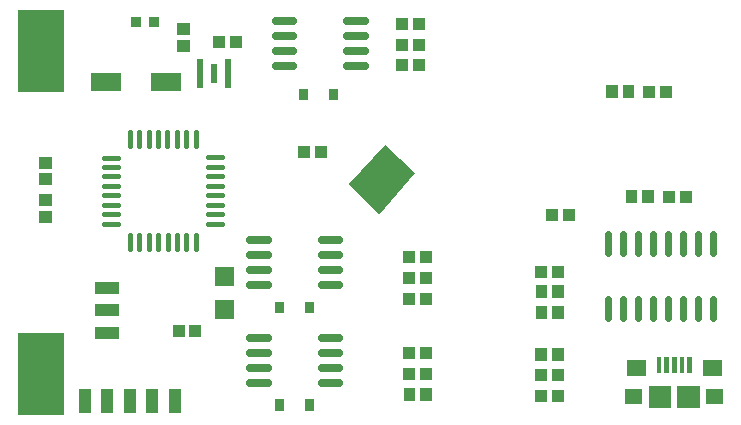
<source format=gbp>
G04 Created by GerbView*
%FSLAX26Y26*%
%MOIN*%
G75*
%ADD10C,0.0010*%
%ADD11C,0.0236*%
%ADD12C,0.0177*%
%ADD13C,0.0275*%
%ADD14R,0.0393X0.0433*%
%ADD15R,0.0319X0.0319*%
%ADD16R,0.1574X0.2755*%
%ADD17R,0.0393X0.0787*%
%LNEXPORT*%
D02*
D10*
D11*
X2334999Y400472D02*
Y337480D01*
X2284999Y400472D02*
Y337480D01*
X2234999Y400472D02*
Y337480D01*
X2184999Y400472D02*
Y337480D01*
X2135000Y400472D02*
Y337480D01*
X2085000Y400472D02*
Y337480D01*
X2035000Y400472D02*
Y337480D01*
X1985000Y400472D02*
Y337480D01*
X2334999Y618464D02*
Y555472D01*
X2284999Y618464D02*
Y555472D01*
X2234999Y618464D02*
Y555472D01*
X2184999Y618464D02*
Y555472D01*
X2135000Y618464D02*
Y555472D01*
X2085000Y618464D02*
Y555472D01*
X2035000Y618464D02*
Y555472D01*
X1985000Y618464D02*
Y555472D01*
D12*
X351614Y872992D02*
X304370D01*
X351614Y841496D02*
X304370D01*
X351614Y810000D02*
X304370D01*
X351614Y778464D02*
X304370D01*
X351614Y747086D02*
X304370D01*
X351614Y715590D02*
X304370D01*
X351614Y684094D02*
X304370D01*
X351614Y652598D02*
X304370D01*
X390000Y614606D02*
Y567362D01*
X421496Y614606D02*
Y567362D01*
X452992Y614606D02*
Y567362D01*
X484488Y614606D02*
Y567362D01*
X515866Y614606D02*
Y567362D01*
X547362Y614606D02*
Y567362D01*
X578897Y614606D02*
Y567362D01*
X610393Y614606D02*
Y567362D01*
X696614Y652992D02*
X649370D01*
X696614Y684488D02*
X649370D01*
X696614Y715984D02*
X649370D01*
X696614Y747480D02*
X649370D01*
X696614Y778897D02*
X649370D01*
X696614Y810393D02*
X649370D01*
X696614Y841889D02*
X649370D01*
X696614Y873385D02*
X649370D01*
X610000Y958582D02*
Y911377D01*
X578464Y958582D02*
Y911377D01*
X546968Y958582D02*
Y911377D01*
X515472Y958582D02*
Y911377D01*
X484094Y958582D02*
Y911377D01*
X452598Y958582D02*
Y911377D01*
X421062Y958582D02*
Y911377D01*
X389566Y958582D02*
Y911377D01*
D13*
X850511Y122992D02*
X791456D01*
X850511Y172992D02*
X791456D01*
X850511Y222992D02*
X791456D01*
X850511Y272992D02*
X791456D01*
X1088503Y122992D02*
X1029448D01*
X1088503Y172992D02*
X1029448D01*
X1088503Y222992D02*
X1029448D01*
X1088503Y272992D02*
X1029448D01*
X935511Y1177992D02*
X876456D01*
X935511Y1227992D02*
X876456D01*
X935511Y1277992D02*
X876456D01*
X935511Y1327992D02*
X876456D01*
X1173503Y1177992D02*
X1114448D01*
X1173503Y1227992D02*
X1114448D01*
X1173503Y1277992D02*
X1114448D01*
X1173503Y1327992D02*
X1114448D01*
X850511Y447992D02*
X791456D01*
X850511Y497992D02*
X791456D01*
X850511Y547992D02*
X791456D01*
X850511Y597992D02*
X791456D01*
X1088503Y447992D02*
X1029448D01*
X1088503Y497992D02*
X1029448D01*
X1088503Y547992D02*
X1029448D01*
X1088503Y597992D02*
X1029448D01*
D10*
G36*
X2362479Y198976D02*
X2299487D01*
Y143897D01*
X2362479D01*
Y198976D01*
G37*
G36*
X2110472Y198976D02*
X2047479D01*
Y143897D01*
X2110472D01*
Y198976D01*
G37*
G36*
X2368582Y101062D02*
X2311496D01*
Y49881D01*
X2368582D01*
Y101062D01*
G37*
G36*
X2098582Y101062D02*
X2041496D01*
Y49881D01*
X2098582D01*
Y101062D01*
G37*
G36*
X2289369Y112874D02*
X2214565D01*
Y38070D01*
X2289369D01*
Y112874D01*
G37*
G36*
X2195393Y112874D02*
X2120590D01*
Y38070D01*
X2195393D01*
Y112874D01*
G37*
G36*
X2263897Y206968D02*
X2248187D01*
Y153897D01*
X2263897D01*
Y206968D01*
G37*
G36*
X2161889Y206968D02*
X2146181D01*
Y153897D01*
X2161889D01*
Y206968D01*
G37*
G36*
X2238897Y206968D02*
X2223187D01*
Y153897D01*
X2238897D01*
Y206968D01*
G37*
G36*
X2186889Y206968D02*
X2171181D01*
Y153897D01*
X2186889D01*
Y206968D01*
G37*
G36*
X2212874Y206968D02*
X2197165D01*
Y153897D01*
X2212874D01*
Y206968D01*
G37*
G36*
X612992Y1202165D02*
Y1103779D01*
X632598D01*
Y1202165D01*
X612992D01*
G37*
G36*
X660196Y1184488D02*
Y1121496D01*
X679763D01*
Y1184488D01*
X660196D01*
G37*
G36*
X707362Y1202165D02*
Y1103779D01*
X726968D01*
Y1202165D01*
X707362D01*
G37*
D14*
X1816022Y77992D03*
D10*
D14*
X1760943Y77992D03*
D10*
D14*
X1816022Y147992D03*
D10*
D14*
X1760943Y147992D03*
D10*
G36*
X1741573Y195866D02*
X1780983D01*
Y239173D01*
X1741573D01*
Y195866D01*
G37*
G36*
X1796691Y195866D02*
X1836061D01*
Y239173D01*
X1796691D01*
Y195866D01*
G37*
D14*
X1377519Y152992D03*
D10*
D14*
X1322440Y152992D03*
D10*
D14*
X1377519Y222992D03*
D10*
D14*
X1322440Y222992D03*
D10*
G36*
X1302795Y61299D02*
X1342086D01*
Y104685D01*
X1302795D01*
Y61299D01*
G37*
G36*
X1357874Y61299D02*
X1397165D01*
Y104685D01*
X1357874D01*
Y61299D01*
G37*
G36*
X874291Y28267D02*
X905787D01*
Y67677D01*
X874291D01*
Y28267D01*
G37*
G36*
X974291Y28267D02*
X1005787D01*
Y67677D01*
X974291D01*
Y28267D01*
G37*
G36*
X1742794Y406299D02*
X1782086D01*
Y449685D01*
X1742794D01*
Y406299D01*
G37*
G36*
X1797873Y406299D02*
X1837165D01*
Y449685D01*
X1797873D01*
Y406299D01*
G37*
G36*
X1742794Y336299D02*
X1782086D01*
Y379685D01*
X1742794D01*
Y336299D01*
G37*
G36*
X1797873Y336299D02*
X1837165D01*
Y379685D01*
X1797873D01*
Y336299D01*
G37*
G36*
X2042794Y721299D02*
X2082086D01*
Y764685D01*
X2042794D01*
Y721299D01*
G37*
G36*
X2097874Y721299D02*
X2137165D01*
Y764685D01*
X2097874D01*
Y721299D01*
G37*
G36*
X1977794Y1071299D02*
X2017086D01*
Y1114685D01*
X1977794D01*
Y1071299D01*
G37*
G36*
X2032873Y1071299D02*
X2072165D01*
Y1114685D01*
X2032873D01*
Y1071299D01*
G37*
D14*
X2242518Y742992D03*
D10*
D14*
X2187440Y742992D03*
D10*
D14*
X2177518Y1092992D03*
D10*
D14*
X2122440Y1092992D03*
D10*
D14*
X1817518Y492992D03*
D10*
D14*
X1762440Y492992D03*
D10*
D14*
X1852518Y682992D03*
D10*
D14*
X1797440Y682992D03*
D10*
D14*
X1027519Y892992D03*
D10*
D14*
X972440Y892992D03*
D10*
D14*
X608582Y295433D03*
D10*
D14*
X553464Y295433D03*
D10*
G36*
X88267Y750196D02*
Y710866D01*
X131692D01*
Y750196D01*
X88267D01*
G37*
G36*
X88267Y695078D02*
Y655787D01*
X131692D01*
Y695078D01*
X88267D01*
G37*
D14*
X1352519Y1182992D03*
D10*
D14*
X1297440Y1182992D03*
D10*
D14*
X1352519Y1317992D03*
D10*
D14*
X1297440Y1317992D03*
D10*
D14*
X1352519Y1247992D03*
D10*
D14*
X1297440Y1247992D03*
D10*
G36*
X954291Y1063267D02*
X985787D01*
Y1102677D01*
X954291D01*
Y1063267D01*
G37*
G36*
X1054291Y1063267D02*
X1085787D01*
Y1102677D01*
X1054291D01*
Y1063267D01*
G37*
D14*
X1377519Y402992D03*
D10*
D14*
X1322440Y402992D03*
D10*
D14*
X1377519Y542992D03*
D10*
D14*
X1322440Y542992D03*
D10*
D14*
X1377519Y472992D03*
D10*
D14*
X1322440Y472992D03*
D10*
G36*
X874291Y353267D02*
X905787D01*
Y392677D01*
X874291D01*
Y353267D01*
G37*
G36*
X974291Y353267D02*
X1005787D01*
Y392677D01*
X974291D01*
Y353267D01*
G37*
G36*
X360078Y1096023D02*
Y1156023D01*
X260078D01*
Y1096023D01*
X360078D01*
G37*
G36*
X560078Y1096023D02*
Y1156023D01*
X460078D01*
Y1096023D01*
X560078D01*
G37*
G36*
X131692Y780787D02*
Y820078D01*
X88267D01*
Y780787D01*
X131692D01*
G37*
G36*
X131692Y835866D02*
Y875196D01*
X88267D01*
Y835866D01*
X131692D01*
G37*
G36*
X737598Y334055D02*
Y397047D01*
X674606D01*
Y334055D01*
X737598D01*
G37*
G36*
X737598Y444251D02*
Y507244D01*
X674606D01*
Y444251D01*
X737598D01*
G37*
D14*
X742874Y1258385D03*
D10*
D14*
X687755Y1258385D03*
D10*
G36*
X547874Y1320275D02*
Y1280905D01*
X591181D01*
Y1320275D01*
X547874D01*
G37*
G36*
X547874Y1265157D02*
Y1225787D01*
X591181D01*
Y1265157D01*
X547874D01*
G37*
D15*
X470905Y1324527D03*
D10*
D15*
X410905Y1324527D03*
D10*
G36*
X275590Y268267D02*
Y307677D01*
X354370D01*
Y268267D01*
X275590D01*
G37*
G36*
X275472Y344291D02*
Y383661D01*
X354173D01*
Y344291D01*
X275472D01*
G37*
G36*
X275590Y418267D02*
Y457677D01*
X354370D01*
Y418267D01*
X275590D01*
G37*
D16*
X95000Y1227992D03*
D10*
D17*
X240000Y62992D03*
D10*
D17*
X540000Y62992D03*
D10*
D17*
X465000Y62992D03*
D10*
D17*
X390000Y62992D03*
D10*
D17*
X315000Y62992D03*
D10*
D16*
X95000Y152992D03*
D10*
D16*
X95000Y152992D03*
D10*
G36*
X1222336Y681118D02*
X1120130Y783324D01*
X1239733Y915975D01*
X1339201Y822386D01*
X1222336Y681118D01*
G37*
D02*
M02*

</source>
